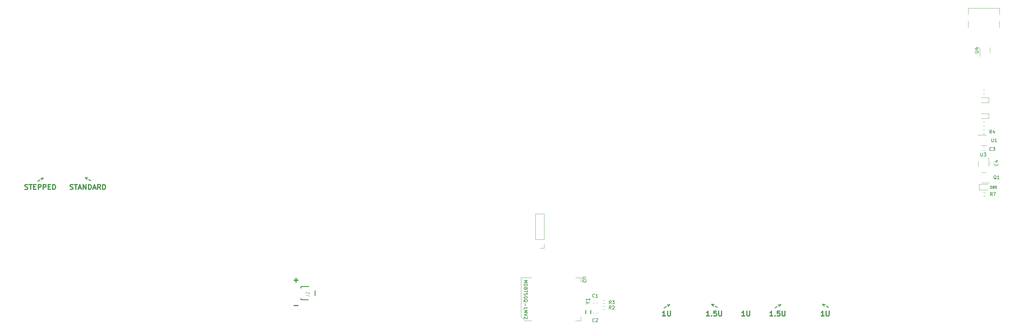
<source format=gbr>
%TF.GenerationSoftware,KiCad,Pcbnew,(6.0.0-rc1-343-g73b39e836d)*%
%TF.CreationDate,2021-12-12T21:31:48-07:00*%
%TF.ProjectId,Z18,5a31382e-6b69-4636-9164-5f7063625858,rev?*%
%TF.SameCoordinates,PX17f2fb4PY122ae10*%
%TF.FileFunction,Legend,Top*%
%TF.FilePolarity,Positive*%
%FSLAX46Y46*%
G04 Gerber Fmt 4.6, Leading zero omitted, Abs format (unit mm)*
G04 Created by KiCad (PCBNEW (6.0.0-rc1-343-g73b39e836d)) date 2021-12-12 21:31:48*
%MOMM*%
%LPD*%
G01*
G04 APERTURE LIST*
%ADD10C,0.300000*%
%ADD11C,0.250000*%
%ADD12C,0.150000*%
%ADD13C,0.152000*%
%ADD14C,0.015000*%
%ADD15C,0.120000*%
%ADD16C,0.254000*%
G04 APERTURE END LIST*
D10*
X218717857Y-91166071D02*
X217860714Y-91166071D01*
X218289285Y-91166071D02*
X218289285Y-89666071D01*
X218146428Y-89880357D01*
X218003571Y-90023214D01*
X217860714Y-90094642D01*
X219360714Y-89666071D02*
X219360714Y-90880357D01*
X219432142Y-91023214D01*
X219503571Y-91094642D01*
X219646428Y-91166071D01*
X219932142Y-91166071D01*
X220075000Y-91094642D01*
X220146428Y-91023214D01*
X220217857Y-90880357D01*
X220217857Y-89666071D01*
D11*
X6313438Y-50568108D02*
X6973267Y-50187156D01*
X7242803Y-49701625D02*
X8045489Y-49568108D01*
X7528517Y-50196497D01*
D10*
X83375571Y-80371142D02*
X84518428Y-80371142D01*
X83947000Y-80942571D02*
X83947000Y-79799714D01*
X2536607Y-52994642D02*
X2750892Y-53066071D01*
X3108035Y-53066071D01*
X3250892Y-52994642D01*
X3322321Y-52923214D01*
X3393750Y-52780357D01*
X3393750Y-52637500D01*
X3322321Y-52494642D01*
X3250892Y-52423214D01*
X3108035Y-52351785D01*
X2822321Y-52280357D01*
X2679464Y-52208928D01*
X2608035Y-52137500D01*
X2536607Y-51994642D01*
X2536607Y-51851785D01*
X2608035Y-51708928D01*
X2679464Y-51637500D01*
X2822321Y-51566071D01*
X3179464Y-51566071D01*
X3393750Y-51637500D01*
X3822321Y-51566071D02*
X4679464Y-51566071D01*
X4250892Y-53066071D02*
X4250892Y-51566071D01*
X5179464Y-52280357D02*
X5679464Y-52280357D01*
X5893750Y-53066071D02*
X5179464Y-53066071D01*
X5179464Y-51566071D01*
X5893750Y-51566071D01*
X6536607Y-53066071D02*
X6536607Y-51566071D01*
X7108035Y-51566071D01*
X7250892Y-51637500D01*
X7322321Y-51708928D01*
X7393750Y-51851785D01*
X7393750Y-52066071D01*
X7322321Y-52208928D01*
X7250892Y-52280357D01*
X7108035Y-52351785D01*
X6536607Y-52351785D01*
X8036607Y-53066071D02*
X8036607Y-51566071D01*
X8608035Y-51566071D01*
X8750892Y-51637500D01*
X8822321Y-51708928D01*
X8893750Y-51851785D01*
X8893750Y-52066071D01*
X8822321Y-52208928D01*
X8750892Y-52280357D01*
X8608035Y-52351785D01*
X8036607Y-52351785D01*
X9536607Y-52280357D02*
X10036607Y-52280357D01*
X10250892Y-53066071D02*
X9536607Y-53066071D01*
X9536607Y-51566071D01*
X10250892Y-51566071D01*
X10893750Y-53066071D02*
X10893750Y-51566071D01*
X11250892Y-51566071D01*
X11465178Y-51637500D01*
X11608035Y-51780357D01*
X11679464Y-51923214D01*
X11750892Y-52208928D01*
X11750892Y-52423214D01*
X11679464Y-52708928D01*
X11608035Y-52851785D01*
X11465178Y-52994642D01*
X11250892Y-53066071D01*
X10893750Y-53066071D01*
D11*
X194432188Y-88668108D02*
X195092017Y-88287156D01*
X195361553Y-87801625D02*
X196164239Y-87668108D01*
X195647267Y-88296497D01*
X210451739Y-88544391D02*
X209791910Y-88163438D01*
X209236660Y-88172779D02*
X208719688Y-87544391D01*
X209522374Y-87677907D01*
X22332989Y-50444391D02*
X21673160Y-50063438D01*
X21117910Y-50072779D02*
X20600938Y-49444391D01*
X21403624Y-49577907D01*
X243789239Y-88544391D02*
X243129410Y-88163438D01*
X242574160Y-88172779D02*
X242057188Y-87544391D01*
X242859874Y-87677907D01*
D10*
X83375571Y-87991142D02*
X84518428Y-87991142D01*
X227171428Y-91166071D02*
X226314285Y-91166071D01*
X226742857Y-91166071D02*
X226742857Y-89666071D01*
X226600000Y-89880357D01*
X226457142Y-90023214D01*
X226314285Y-90094642D01*
X227814285Y-91023214D02*
X227885714Y-91094642D01*
X227814285Y-91166071D01*
X227742857Y-91094642D01*
X227814285Y-91023214D01*
X227814285Y-91166071D01*
X229242857Y-89666071D02*
X228528571Y-89666071D01*
X228457142Y-90380357D01*
X228528571Y-90308928D01*
X228671428Y-90237500D01*
X229028571Y-90237500D01*
X229171428Y-90308928D01*
X229242857Y-90380357D01*
X229314285Y-90523214D01*
X229314285Y-90880357D01*
X229242857Y-91023214D01*
X229171428Y-91094642D01*
X229028571Y-91166071D01*
X228671428Y-91166071D01*
X228528571Y-91094642D01*
X228457142Y-91023214D01*
X229957142Y-89666071D02*
X229957142Y-90880357D01*
X230028571Y-91023214D01*
X230100000Y-91094642D01*
X230242857Y-91166071D01*
X230528571Y-91166071D01*
X230671428Y-91094642D01*
X230742857Y-91023214D01*
X230814285Y-90880357D01*
X230814285Y-89666071D01*
D11*
X227769688Y-88668108D02*
X228429517Y-88287156D01*
X228699053Y-87801625D02*
X229501739Y-87668108D01*
X228984767Y-88296497D01*
D10*
X16109821Y-52994642D02*
X16324107Y-53066071D01*
X16681250Y-53066071D01*
X16824107Y-52994642D01*
X16895535Y-52923214D01*
X16966964Y-52780357D01*
X16966964Y-52637500D01*
X16895535Y-52494642D01*
X16824107Y-52423214D01*
X16681250Y-52351785D01*
X16395535Y-52280357D01*
X16252678Y-52208928D01*
X16181250Y-52137500D01*
X16109821Y-51994642D01*
X16109821Y-51851785D01*
X16181250Y-51708928D01*
X16252678Y-51637500D01*
X16395535Y-51566071D01*
X16752678Y-51566071D01*
X16966964Y-51637500D01*
X17395535Y-51566071D02*
X18252678Y-51566071D01*
X17824107Y-53066071D02*
X17824107Y-51566071D01*
X18681250Y-52637500D02*
X19395535Y-52637500D01*
X18538392Y-53066071D02*
X19038392Y-51566071D01*
X19538392Y-53066071D01*
X20038392Y-53066071D02*
X20038392Y-51566071D01*
X20895535Y-53066071D01*
X20895535Y-51566071D01*
X21609821Y-53066071D02*
X21609821Y-51566071D01*
X21966964Y-51566071D01*
X22181250Y-51637500D01*
X22324107Y-51780357D01*
X22395535Y-51923214D01*
X22466964Y-52208928D01*
X22466964Y-52423214D01*
X22395535Y-52708928D01*
X22324107Y-52851785D01*
X22181250Y-52994642D01*
X21966964Y-53066071D01*
X21609821Y-53066071D01*
X23038392Y-52637500D02*
X23752678Y-52637500D01*
X22895535Y-53066071D02*
X23395535Y-51566071D01*
X23895535Y-53066071D01*
X25252678Y-53066071D02*
X24752678Y-52351785D01*
X24395535Y-53066071D02*
X24395535Y-51566071D01*
X24966964Y-51566071D01*
X25109821Y-51637500D01*
X25181250Y-51708928D01*
X25252678Y-51851785D01*
X25252678Y-52066071D01*
X25181250Y-52208928D01*
X25109821Y-52280357D01*
X24966964Y-52351785D01*
X24395535Y-52351785D01*
X25895535Y-53066071D02*
X25895535Y-51566071D01*
X26252678Y-51566071D01*
X26466964Y-51637500D01*
X26609821Y-51780357D01*
X26681250Y-51923214D01*
X26752678Y-52208928D01*
X26752678Y-52423214D01*
X26681250Y-52708928D01*
X26609821Y-52851785D01*
X26466964Y-52994642D01*
X26252678Y-53066071D01*
X25895535Y-53066071D01*
X208121428Y-91166071D02*
X207264285Y-91166071D01*
X207692857Y-91166071D02*
X207692857Y-89666071D01*
X207550000Y-89880357D01*
X207407142Y-90023214D01*
X207264285Y-90094642D01*
X208764285Y-91023214D02*
X208835714Y-91094642D01*
X208764285Y-91166071D01*
X208692857Y-91094642D01*
X208764285Y-91023214D01*
X208764285Y-91166071D01*
X210192857Y-89666071D02*
X209478571Y-89666071D01*
X209407142Y-90380357D01*
X209478571Y-90308928D01*
X209621428Y-90237500D01*
X209978571Y-90237500D01*
X210121428Y-90308928D01*
X210192857Y-90380357D01*
X210264285Y-90523214D01*
X210264285Y-90880357D01*
X210192857Y-91023214D01*
X210121428Y-91094642D01*
X209978571Y-91166071D01*
X209621428Y-91166071D01*
X209478571Y-91094642D01*
X209407142Y-91023214D01*
X210907142Y-89666071D02*
X210907142Y-90880357D01*
X210978571Y-91023214D01*
X211050000Y-91094642D01*
X211192857Y-91166071D01*
X211478571Y-91166071D01*
X211621428Y-91094642D01*
X211692857Y-91023214D01*
X211764285Y-90880357D01*
X211764285Y-89666071D01*
X194905357Y-91166071D02*
X194048214Y-91166071D01*
X194476785Y-91166071D02*
X194476785Y-89666071D01*
X194333928Y-89880357D01*
X194191071Y-90023214D01*
X194048214Y-90094642D01*
X195548214Y-89666071D02*
X195548214Y-90880357D01*
X195619642Y-91023214D01*
X195691071Y-91094642D01*
X195833928Y-91166071D01*
X196119642Y-91166071D01*
X196262500Y-91094642D01*
X196333928Y-91023214D01*
X196405357Y-90880357D01*
X196405357Y-89666071D01*
X242530357Y-91166071D02*
X241673214Y-91166071D01*
X242101785Y-91166071D02*
X242101785Y-89666071D01*
X241958928Y-89880357D01*
X241816071Y-90023214D01*
X241673214Y-90094642D01*
X243173214Y-89666071D02*
X243173214Y-90880357D01*
X243244642Y-91023214D01*
X243316071Y-91094642D01*
X243458928Y-91166071D01*
X243744642Y-91166071D01*
X243887500Y-91094642D01*
X243958928Y-91023214D01*
X244030357Y-90880357D01*
X244030357Y-89666071D01*
D12*
%TO.C,R7*%
X293058333Y-54977380D02*
X292725000Y-54501190D01*
X292486904Y-54977380D02*
X292486904Y-53977380D01*
X292867857Y-53977380D01*
X292963095Y-54025000D01*
X293010714Y-54072619D01*
X293058333Y-54167857D01*
X293058333Y-54310714D01*
X293010714Y-54405952D01*
X292963095Y-54453571D01*
X292867857Y-54501190D01*
X292486904Y-54501190D01*
X293391666Y-53977380D02*
X294058333Y-53977380D01*
X293629761Y-54977380D01*
%TO.C,R2*%
X178620833Y-89127380D02*
X178287500Y-88651190D01*
X178049404Y-89127380D02*
X178049404Y-88127380D01*
X178430357Y-88127380D01*
X178525595Y-88175000D01*
X178573214Y-88222619D01*
X178620833Y-88317857D01*
X178620833Y-88460714D01*
X178573214Y-88555952D01*
X178525595Y-88603571D01*
X178430357Y-88651190D01*
X178049404Y-88651190D01*
X179001785Y-88222619D02*
X179049404Y-88175000D01*
X179144642Y-88127380D01*
X179382738Y-88127380D01*
X179477976Y-88175000D01*
X179525595Y-88222619D01*
X179573214Y-88317857D01*
X179573214Y-88413095D01*
X179525595Y-88555952D01*
X178954166Y-89127380D01*
X179573214Y-89127380D01*
%TO.C,R4*%
X292858333Y-36177380D02*
X292525000Y-35701190D01*
X292286904Y-36177380D02*
X292286904Y-35177380D01*
X292667857Y-35177380D01*
X292763095Y-35225000D01*
X292810714Y-35272619D01*
X292858333Y-35367857D01*
X292858333Y-35510714D01*
X292810714Y-35605952D01*
X292763095Y-35653571D01*
X292667857Y-35701190D01*
X292286904Y-35701190D01*
X293715476Y-35510714D02*
X293715476Y-36177380D01*
X293477380Y-35129761D02*
X293239285Y-35844047D01*
X293858333Y-35844047D01*
%TO.C,U4*%
X287850602Y-11937904D02*
X288660126Y-11937904D01*
X288755364Y-11890285D01*
X288802983Y-11842666D01*
X288850602Y-11747428D01*
X288850602Y-11556952D01*
X288802983Y-11461714D01*
X288755364Y-11414095D01*
X288660126Y-11366476D01*
X287850602Y-11366476D01*
X288183936Y-10461714D02*
X288850602Y-10461714D01*
X287802983Y-10699809D02*
X288517269Y-10937904D01*
X288517269Y-10318857D01*
%TO.C,C3*%
X292858333Y-41282142D02*
X292810714Y-41329761D01*
X292667857Y-41377380D01*
X292572619Y-41377380D01*
X292429761Y-41329761D01*
X292334523Y-41234523D01*
X292286904Y-41139285D01*
X292239285Y-40948809D01*
X292239285Y-40805952D01*
X292286904Y-40615476D01*
X292334523Y-40520238D01*
X292429761Y-40425000D01*
X292572619Y-40377380D01*
X292667857Y-40377380D01*
X292810714Y-40425000D01*
X292858333Y-40472619D01*
X293191666Y-40377380D02*
X293810714Y-40377380D01*
X293477380Y-40758333D01*
X293620238Y-40758333D01*
X293715476Y-40805952D01*
X293763095Y-40853571D01*
X293810714Y-40948809D01*
X293810714Y-41186904D01*
X293763095Y-41282142D01*
X293715476Y-41329761D01*
X293620238Y-41377380D01*
X293334523Y-41377380D01*
X293239285Y-41329761D01*
X293191666Y-41282142D01*
D13*
%TO.C,Y1*%
X171613285Y-87156728D02*
X172157571Y-87156728D01*
X171014571Y-87537728D02*
X171613285Y-87156728D01*
X171014571Y-86775728D01*
X172157571Y-85796014D02*
X172157571Y-86449157D01*
X172157571Y-86122585D02*
X171014571Y-86122585D01*
X171177857Y-86231442D01*
X171286714Y-86340300D01*
X171341142Y-86449157D01*
D12*
%TO.C,U3*%
X289563095Y-42052380D02*
X289563095Y-42861904D01*
X289610714Y-42957142D01*
X289658333Y-43004761D01*
X289753571Y-43052380D01*
X289944047Y-43052380D01*
X290039285Y-43004761D01*
X290086904Y-42957142D01*
X290134523Y-42861904D01*
X290134523Y-42052380D01*
X290515476Y-42052380D02*
X291134523Y-42052380D01*
X290801190Y-42433333D01*
X290944047Y-42433333D01*
X291039285Y-42480952D01*
X291086904Y-42528571D01*
X291134523Y-42623809D01*
X291134523Y-42861904D01*
X291086904Y-42957142D01*
X291039285Y-43004761D01*
X290944047Y-43052380D01*
X290658333Y-43052380D01*
X290563095Y-43004761D01*
X290515476Y-42957142D01*
%TO.C,U1*%
X292863095Y-37761130D02*
X292863095Y-38570654D01*
X292910714Y-38665892D01*
X292958333Y-38713511D01*
X293053571Y-38761130D01*
X293244047Y-38761130D01*
X293339285Y-38713511D01*
X293386904Y-38665892D01*
X293434523Y-38570654D01*
X293434523Y-37761130D01*
X294434523Y-38761130D02*
X293863095Y-38761130D01*
X294148809Y-38761130D02*
X294148809Y-37761130D01*
X294053571Y-37903988D01*
X293958333Y-37999226D01*
X293863095Y-38046845D01*
%TO.C,U2*%
X171043841Y-79444095D02*
X170234317Y-79444095D01*
X170139079Y-79491714D01*
X170091460Y-79539333D01*
X170043841Y-79634571D01*
X170043841Y-79825047D01*
X170091460Y-79920285D01*
X170139079Y-79967904D01*
X170234317Y-80015523D01*
X171043841Y-80015523D01*
X170948602Y-80444095D02*
X170996222Y-80491714D01*
X171043841Y-80586952D01*
X171043841Y-80825047D01*
X170996222Y-80920285D01*
X170948602Y-80967904D01*
X170853364Y-81015523D01*
X170758126Y-81015523D01*
X170615269Y-80967904D01*
X170043841Y-80396476D01*
X170043841Y-81015523D01*
X152443841Y-80444095D02*
X153443841Y-80444095D01*
X152729555Y-80777428D01*
X153443841Y-81110761D01*
X152443841Y-81110761D01*
X152443841Y-81586952D02*
X153443841Y-81586952D01*
X153443841Y-81825047D01*
X153396222Y-81967904D01*
X153300983Y-82063142D01*
X153205745Y-82110761D01*
X153015269Y-82158380D01*
X152872412Y-82158380D01*
X152681936Y-82110761D01*
X152586698Y-82063142D01*
X152491460Y-81967904D01*
X152443841Y-81825047D01*
X152443841Y-81586952D01*
X152967650Y-82920285D02*
X152920031Y-83063142D01*
X152872412Y-83110761D01*
X152777174Y-83158380D01*
X152634317Y-83158380D01*
X152539079Y-83110761D01*
X152491460Y-83063142D01*
X152443841Y-82967904D01*
X152443841Y-82586952D01*
X153443841Y-82586952D01*
X153443841Y-82920285D01*
X153396222Y-83015523D01*
X153348602Y-83063142D01*
X153253364Y-83110761D01*
X153158126Y-83110761D01*
X153062888Y-83063142D01*
X153015269Y-83015523D01*
X152967650Y-82920285D01*
X152967650Y-82586952D01*
X153443841Y-83444095D02*
X153443841Y-84015523D01*
X152443841Y-83729809D02*
X153443841Y-83729809D01*
X153443841Y-84825047D02*
X153443841Y-84348857D01*
X152967650Y-84301238D01*
X153015269Y-84348857D01*
X153062888Y-84444095D01*
X153062888Y-84682190D01*
X153015269Y-84777428D01*
X152967650Y-84825047D01*
X152872412Y-84872666D01*
X152634317Y-84872666D01*
X152539079Y-84825047D01*
X152491460Y-84777428D01*
X152443841Y-84682190D01*
X152443841Y-84444095D01*
X152491460Y-84348857D01*
X152539079Y-84301238D01*
X153443841Y-85491714D02*
X153443841Y-85586952D01*
X153396222Y-85682190D01*
X153348602Y-85729809D01*
X153253364Y-85777428D01*
X153062888Y-85825047D01*
X152824793Y-85825047D01*
X152634317Y-85777428D01*
X152539079Y-85729809D01*
X152491460Y-85682190D01*
X152443841Y-85586952D01*
X152443841Y-85491714D01*
X152491460Y-85396476D01*
X152539079Y-85348857D01*
X152634317Y-85301238D01*
X152824793Y-85253619D01*
X153062888Y-85253619D01*
X153253364Y-85301238D01*
X153348602Y-85348857D01*
X153396222Y-85396476D01*
X153443841Y-85491714D01*
X152348602Y-86920285D02*
X152396222Y-86825047D01*
X152491460Y-86729809D01*
X152634317Y-86586952D01*
X152681936Y-86491714D01*
X152681936Y-86396476D01*
X152443841Y-86444095D02*
X152491460Y-86348857D01*
X152586698Y-86253619D01*
X152777174Y-86206000D01*
X153110507Y-86206000D01*
X153300983Y-86253619D01*
X153396222Y-86348857D01*
X153443841Y-86444095D01*
X153443841Y-86634571D01*
X153396222Y-86729809D01*
X153300983Y-86825047D01*
X153110507Y-86872666D01*
X152777174Y-86872666D01*
X152586698Y-86825047D01*
X152491460Y-86729809D01*
X152443841Y-86634571D01*
X152443841Y-86444095D01*
X152824793Y-87301238D02*
X152824793Y-88063142D01*
X152443841Y-89063142D02*
X152443841Y-88491714D01*
X152443841Y-88777428D02*
X153443841Y-88777428D01*
X153300983Y-88682190D01*
X153205745Y-88586952D01*
X153158126Y-88491714D01*
X152443841Y-89491714D02*
X153443841Y-89491714D01*
X152729555Y-89825047D01*
X153443841Y-90158380D01*
X152443841Y-90158380D01*
X153443841Y-90491714D02*
X152443841Y-90825047D01*
X153443841Y-91158380D01*
X153348602Y-91444095D02*
X153396222Y-91491714D01*
X153443841Y-91586952D01*
X153443841Y-91825047D01*
X153396222Y-91920285D01*
X153348602Y-91967904D01*
X153253364Y-92015523D01*
X153158126Y-92015523D01*
X153015269Y-91967904D01*
X152443841Y-91396476D01*
X152443841Y-92015523D01*
D14*
%TO.C,J2*%
X86900486Y-84945517D02*
X87616544Y-84945517D01*
X87759755Y-84993254D01*
X87855229Y-85088728D01*
X87902966Y-85231939D01*
X87902966Y-85327414D01*
X86995961Y-84515882D02*
X86948224Y-84468145D01*
X86900486Y-84372671D01*
X86900486Y-84133985D01*
X86948224Y-84038511D01*
X86995961Y-83990774D01*
X87091435Y-83943037D01*
X87186909Y-83943037D01*
X87330121Y-83990774D01*
X87902966Y-84563619D01*
X87902966Y-83943037D01*
D12*
%TO.C,D85*%
X292526788Y-52775535D02*
X292526788Y-52025535D01*
X292705360Y-52025535D01*
X292812503Y-52061250D01*
X292883931Y-52132678D01*
X292919645Y-52204107D01*
X292955360Y-52346964D01*
X292955360Y-52454107D01*
X292919645Y-52596964D01*
X292883931Y-52668392D01*
X292812503Y-52739821D01*
X292705360Y-52775535D01*
X292526788Y-52775535D01*
X293383931Y-52346964D02*
X293312503Y-52311250D01*
X293276788Y-52275535D01*
X293241074Y-52204107D01*
X293241074Y-52168392D01*
X293276788Y-52096964D01*
X293312503Y-52061250D01*
X293383931Y-52025535D01*
X293526788Y-52025535D01*
X293598217Y-52061250D01*
X293633931Y-52096964D01*
X293669645Y-52168392D01*
X293669645Y-52204107D01*
X293633931Y-52275535D01*
X293598217Y-52311250D01*
X293526788Y-52346964D01*
X293383931Y-52346964D01*
X293312503Y-52382678D01*
X293276788Y-52418392D01*
X293241074Y-52489821D01*
X293241074Y-52632678D01*
X293276788Y-52704107D01*
X293312503Y-52739821D01*
X293383931Y-52775535D01*
X293526788Y-52775535D01*
X293598217Y-52739821D01*
X293633931Y-52704107D01*
X293669645Y-52632678D01*
X293669645Y-52489821D01*
X293633931Y-52418392D01*
X293598217Y-52382678D01*
X293526788Y-52346964D01*
X294348217Y-52025535D02*
X293991074Y-52025535D01*
X293955360Y-52382678D01*
X293991074Y-52346964D01*
X294062503Y-52311250D01*
X294241074Y-52311250D01*
X294312503Y-52346964D01*
X294348217Y-52382678D01*
X294383931Y-52454107D01*
X294383931Y-52632678D01*
X294348217Y-52704107D01*
X294312503Y-52739821D01*
X294241074Y-52775535D01*
X294062503Y-52775535D01*
X293991074Y-52739821D01*
X293955360Y-52704107D01*
%TO.C,R3*%
X178620833Y-87527380D02*
X178287500Y-87051190D01*
X178049404Y-87527380D02*
X178049404Y-86527380D01*
X178430357Y-86527380D01*
X178525595Y-86575000D01*
X178573214Y-86622619D01*
X178620833Y-86717857D01*
X178620833Y-86860714D01*
X178573214Y-86955952D01*
X178525595Y-87003571D01*
X178430357Y-87051190D01*
X178049404Y-87051190D01*
X178954166Y-86527380D02*
X179573214Y-86527380D01*
X179239880Y-86908333D01*
X179382738Y-86908333D01*
X179477976Y-86955952D01*
X179525595Y-87003571D01*
X179573214Y-87098809D01*
X179573214Y-87336904D01*
X179525595Y-87432142D01*
X179477976Y-87479761D01*
X179382738Y-87527380D01*
X179097023Y-87527380D01*
X179001785Y-87479761D01*
X178954166Y-87432142D01*
%TO.C,C1*%
X173620833Y-85432142D02*
X173573214Y-85479761D01*
X173430357Y-85527380D01*
X173335119Y-85527380D01*
X173192261Y-85479761D01*
X173097023Y-85384523D01*
X173049404Y-85289285D01*
X173001785Y-85098809D01*
X173001785Y-84955952D01*
X173049404Y-84765476D01*
X173097023Y-84670238D01*
X173192261Y-84575000D01*
X173335119Y-84527380D01*
X173430357Y-84527380D01*
X173573214Y-84575000D01*
X173620833Y-84622619D01*
X174573214Y-85527380D02*
X174001785Y-85527380D01*
X174287500Y-85527380D02*
X174287500Y-84527380D01*
X174192261Y-84670238D01*
X174097023Y-84765476D01*
X174001785Y-84813095D01*
%TO.C,Q1*%
X294236011Y-49973869D02*
X294140773Y-49926250D01*
X294045535Y-49831011D01*
X293902678Y-49688154D01*
X293807440Y-49640535D01*
X293712202Y-49640535D01*
X293759821Y-49878630D02*
X293664583Y-49831011D01*
X293569345Y-49735773D01*
X293521726Y-49545297D01*
X293521726Y-49211964D01*
X293569345Y-49021488D01*
X293664583Y-48926250D01*
X293759821Y-48878630D01*
X293950297Y-48878630D01*
X294045535Y-48926250D01*
X294140773Y-49021488D01*
X294188392Y-49211964D01*
X294188392Y-49545297D01*
X294140773Y-49735773D01*
X294045535Y-49831011D01*
X293950297Y-49878630D01*
X293759821Y-49878630D01*
X295140773Y-49878630D02*
X294569345Y-49878630D01*
X294855059Y-49878630D02*
X294855059Y-48878630D01*
X294759821Y-49021488D01*
X294664583Y-49116726D01*
X294569345Y-49164345D01*
%TO.C,C4*%
X294682142Y-45291666D02*
X294729761Y-45339285D01*
X294777380Y-45482142D01*
X294777380Y-45577380D01*
X294729761Y-45720238D01*
X294634523Y-45815476D01*
X294539285Y-45863095D01*
X294348809Y-45910714D01*
X294205952Y-45910714D01*
X294015476Y-45863095D01*
X293920238Y-45815476D01*
X293825000Y-45720238D01*
X293777380Y-45577380D01*
X293777380Y-45482142D01*
X293825000Y-45339285D01*
X293872619Y-45291666D01*
X294110714Y-44434523D02*
X294777380Y-44434523D01*
X293729761Y-44672619D02*
X294444047Y-44910714D01*
X294444047Y-44291666D01*
%TO.C,C2*%
X173620833Y-92832142D02*
X173573214Y-92879761D01*
X173430357Y-92927380D01*
X173335119Y-92927380D01*
X173192261Y-92879761D01*
X173097023Y-92784523D01*
X173049404Y-92689285D01*
X173001785Y-92498809D01*
X173001785Y-92355952D01*
X173049404Y-92165476D01*
X173097023Y-92070238D01*
X173192261Y-91975000D01*
X173335119Y-91927380D01*
X173430357Y-91927380D01*
X173573214Y-91975000D01*
X173620833Y-92022619D01*
X174001785Y-92022619D02*
X174049404Y-91975000D01*
X174144642Y-91927380D01*
X174382738Y-91927380D01*
X174477976Y-91975000D01*
X174525595Y-92022619D01*
X174573214Y-92117857D01*
X174573214Y-92213095D01*
X174525595Y-92355952D01*
X173954166Y-92927380D01*
X174573214Y-92927380D01*
D15*
%TO.C,R7*%
X290862258Y-54002500D02*
X290387742Y-54002500D01*
X290862258Y-55047500D02*
X290387742Y-55047500D01*
%TO.C,R2*%
X176624758Y-88152500D02*
X176150242Y-88152500D01*
X176624758Y-89197500D02*
X176150242Y-89197500D01*
%TO.C,R4*%
X290749758Y-35196250D02*
X290275242Y-35196250D01*
X290749758Y-36241250D02*
X290275242Y-36241250D01*
%TO.C,U4*%
X289238222Y-11176000D02*
X289238222Y-10376000D01*
X292358222Y-11176000D02*
X292358222Y-10376000D01*
X289238222Y-11176000D02*
X289238222Y-12976000D01*
X292358222Y-11176000D02*
X292358222Y-11976000D01*
%TO.C,C3*%
X290653080Y-41308750D02*
X290371920Y-41308750D01*
X290653080Y-40288750D02*
X290371920Y-40288750D01*
D16*
%TO.C,Y1*%
X172402500Y-89471500D02*
X172402500Y-90487500D01*
X170878500Y-90487500D02*
X170878500Y-89471500D01*
D15*
%TO.C,D86*%
X291997500Y-26928750D02*
X291997500Y-25458750D01*
X289712500Y-26928750D02*
X291997500Y-26928750D01*
X291997500Y-25458750D02*
X289712500Y-25458750D01*
%TO.C,J5*%
X158492500Y-60423750D02*
X155832500Y-60423750D01*
X155832500Y-68103750D02*
X155832500Y-60423750D01*
X158492500Y-70703750D02*
X157162500Y-70703750D01*
X158492500Y-68103750D02*
X158492500Y-60423750D01*
X158492500Y-69373750D02*
X158492500Y-70703750D01*
X158492500Y-68103750D02*
X155832500Y-68103750D01*
%TO.C,U3*%
X291953750Y-45281250D02*
X291953750Y-43481250D01*
X288833750Y-45281250D02*
X288833750Y-44481250D01*
X291953750Y-45281250D02*
X291953750Y-46081250D01*
X288833750Y-45281250D02*
X288833750Y-46081250D01*
%TO.C,U1*%
X290512500Y-39818750D02*
X289712500Y-39818750D01*
X290512500Y-36698750D02*
X288712500Y-36698750D01*
X290512500Y-39818750D02*
X291312500Y-39818750D01*
X290512500Y-36698750D02*
X291312500Y-36698750D01*
%TO.C,U2*%
X152696222Y-92606000D02*
X154696222Y-92606000D01*
X169496222Y-91406000D02*
X169496222Y-92606000D01*
X151496222Y-79606000D02*
X151496222Y-91406000D01*
X154696222Y-79606000D02*
X151496222Y-79606000D01*
X151496222Y-91406000D02*
X152696222Y-92606000D01*
X169496222Y-79606000D02*
X167896222Y-79606000D01*
X169496222Y-80806000D02*
X169496222Y-79606000D01*
X169496222Y-92606000D02*
X167896222Y-92606000D01*
%TO.C,D83*%
X291997500Y-31691250D02*
X291997500Y-30221250D01*
X291997500Y-30221250D02*
X289712500Y-30221250D01*
X289712500Y-31691250D02*
X291997500Y-31691250D01*
D16*
%TO.C,J2*%
X85408500Y-82264500D02*
X87755500Y-82264500D01*
X85408500Y-86264500D02*
X87621500Y-86264500D01*
X85408500Y-82264500D02*
X85408500Y-82764500D01*
X89658500Y-85031500D02*
X89658500Y-83542500D01*
X85408500Y-86264500D02*
X85408500Y-85764500D01*
D15*
%TO.C,D85*%
X289125000Y-53175000D02*
X291675000Y-53175000D01*
X289125000Y-51475000D02*
X289125000Y-53175000D01*
X289125000Y-51475000D02*
X291675000Y-51475000D01*
%TO.C,R9*%
X290749758Y-23290000D02*
X290275242Y-23290000D01*
X290749758Y-24335000D02*
X290275242Y-24335000D01*
%TO.C,R3*%
X176150242Y-87397500D02*
X176624758Y-87397500D01*
X176150242Y-86352500D02*
X176624758Y-86352500D01*
%TO.C,J4*%
X295212472Y-381250D02*
X295212472Y1518750D01*
X295212472Y-4281250D02*
X295212472Y-2281250D01*
X285812472Y-4281250D02*
X285812472Y-2281250D01*
X285812472Y-381250D02*
X285812472Y1518750D01*
X295212472Y1518750D02*
X285812472Y1518750D01*
%TO.C,R1*%
X290749758Y-33860000D02*
X290275242Y-33860000D01*
X290749758Y-32815000D02*
X290275242Y-32815000D01*
%TO.C,C1*%
X173277500Y-87109420D02*
X173277500Y-87390580D01*
X174297500Y-87109420D02*
X174297500Y-87390580D01*
%TO.C,Q1*%
X290512497Y-47965000D02*
X291162497Y-47965000D01*
X290512497Y-51085000D02*
X292187497Y-51085000D01*
X290512497Y-51085000D02*
X289862497Y-51085000D01*
X290512497Y-47965000D02*
X289862497Y-47965000D01*
%TO.C,C4*%
X293403750Y-45384330D02*
X293403750Y-45103170D01*
X292383750Y-45384330D02*
X292383750Y-45103170D01*
%TO.C,C2*%
X174297500Y-90109420D02*
X174297500Y-90390580D01*
X173277500Y-90109420D02*
X173277500Y-90390580D01*
%TD*%
M02*

</source>
